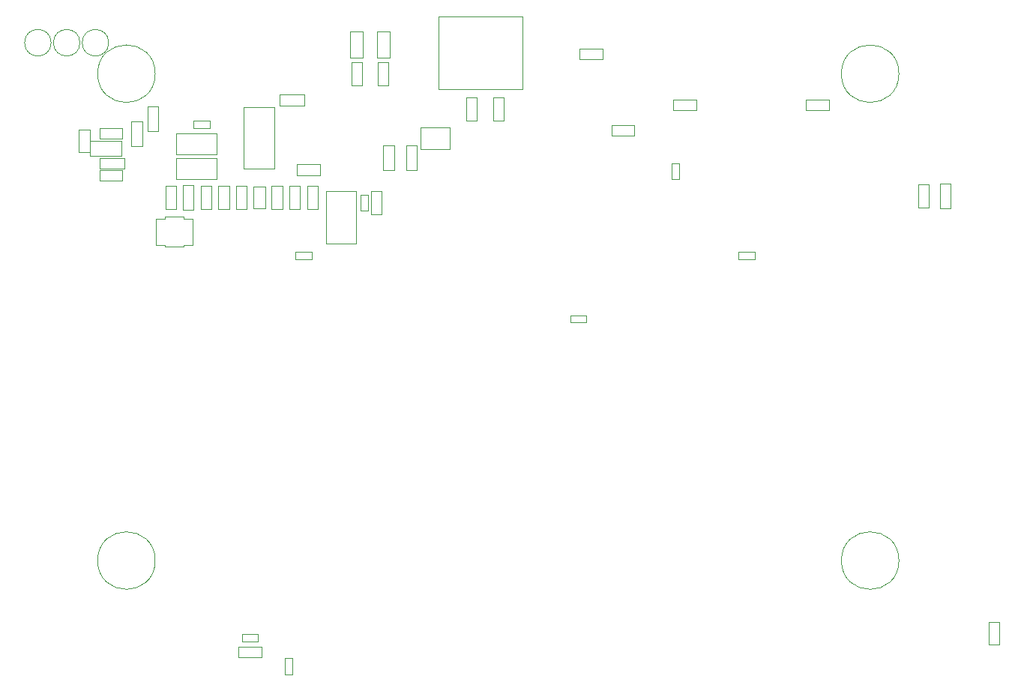
<source format=gbr>
%TF.GenerationSoftware,KiCad,Pcbnew,9.0.3*%
%TF.CreationDate,2025-08-10T03:43:02+02:00*%
%TF.ProjectId,Spikeling_v3.0,5370696b-656c-4696-9e67-5f76332e302e,rev?*%
%TF.SameCoordinates,Original*%
%TF.FileFunction,Other,User*%
%FSLAX46Y46*%
G04 Gerber Fmt 4.6, Leading zero omitted, Abs format (unit mm)*
G04 Created by KiCad (PCBNEW 9.0.3) date 2025-08-10 03:43:02*
%MOMM*%
%LPD*%
G01*
G04 APERTURE LIST*
%ADD10C,0.050000*%
G04 APERTURE END LIST*
D10*
%TO.C,TP3*%
X118000000Y-51500000D02*
G75*
G02*
X115000000Y-51500000I-1500000J0D01*
G01*
X115000000Y-51500000D02*
G75*
G02*
X118000000Y-51500000I1500000J0D01*
G01*
%TO.C,C17*%
X122375000Y-58725000D02*
X123575000Y-58725000D01*
X122375000Y-61525000D02*
X122375000Y-58725000D01*
X123575000Y-58725000D02*
X123575000Y-61525000D01*
X123575000Y-61525000D02*
X122375000Y-61525000D01*
%TO.C,Q1*%
X123350000Y-71362500D02*
X124350000Y-71362500D01*
X123350000Y-74362500D02*
X123350000Y-71362500D01*
X124350000Y-71162500D02*
X126450000Y-71162500D01*
X124350000Y-71362500D02*
X124350000Y-71162500D01*
X124350000Y-74362500D02*
X123350000Y-74362500D01*
X124350000Y-74562500D02*
X124350000Y-74362500D01*
X126450000Y-71162500D02*
X126450000Y-71362500D01*
X126450000Y-71362500D02*
X127450000Y-71362500D01*
X126450000Y-74362500D02*
X126450000Y-74562500D01*
X126450000Y-74562500D02*
X124350000Y-74562500D01*
X127450000Y-71362500D02*
X127450000Y-74362500D01*
X127450000Y-74362500D02*
X126450000Y-74362500D01*
%TO.C,R13*%
X138400000Y-67700000D02*
X139600000Y-67700000D01*
X138400000Y-70300000D02*
X138400000Y-67700000D01*
X139600000Y-67700000D02*
X139600000Y-70300000D01*
X139600000Y-70300000D02*
X138400000Y-70300000D01*
%TO.C,R18*%
X148400000Y-53700000D02*
X149600000Y-53700000D01*
X148400000Y-56300000D02*
X148400000Y-53700000D01*
X149600000Y-53700000D02*
X149600000Y-56300000D01*
X149600000Y-56300000D02*
X148400000Y-56300000D01*
%TO.C,C2*%
X137325000Y-57375000D02*
X140125000Y-57375000D01*
X137325000Y-58575000D02*
X137325000Y-57375000D01*
X140125000Y-57375000D02*
X140125000Y-58575000D01*
X140125000Y-58575000D02*
X137325000Y-58575000D01*
%TO.C,R19*%
X136400000Y-67700000D02*
X137600000Y-67700000D01*
X136400000Y-70300000D02*
X136400000Y-67700000D01*
X137600000Y-67700000D02*
X137600000Y-70300000D01*
X137600000Y-70300000D02*
X136400000Y-70300000D01*
%TO.C,R9*%
X209425000Y-67525000D02*
X210625000Y-67525000D01*
X209425000Y-70125000D02*
X209425000Y-67525000D01*
X210625000Y-67525000D02*
X210625000Y-70125000D01*
X210625000Y-70125000D02*
X209425000Y-70125000D01*
%TO.C,C15*%
X119750000Y-65700000D02*
X116950000Y-65700000D01*
X119750000Y-64500000D02*
X119750000Y-65700000D01*
X116950000Y-65700000D02*
X116950000Y-64500000D01*
X116950000Y-64500000D02*
X119750000Y-64500000D01*
%TO.C,TP2*%
X111500000Y-51500000D02*
G75*
G02*
X108500000Y-51500000I-1500000J0D01*
G01*
X108500000Y-51500000D02*
G75*
G02*
X111500000Y-51500000I1500000J0D01*
G01*
%TO.C,R7*%
X132675000Y-119725000D02*
X135275000Y-119725000D01*
X132675000Y-120925000D02*
X132675000Y-119725000D01*
X135275000Y-119725000D02*
X135275000Y-120925000D01*
X135275000Y-120925000D02*
X132675000Y-120925000D01*
%TO.C,R8*%
X217400000Y-116925000D02*
X218600000Y-116925000D01*
X217400000Y-119525000D02*
X217400000Y-116925000D01*
X218600000Y-116925000D02*
X218600000Y-119525000D01*
X218600000Y-119525000D02*
X217400000Y-119525000D01*
%TO.C,U2*%
X133225000Y-58750000D02*
X136725000Y-58750000D01*
X133225000Y-65750000D02*
X133225000Y-58750000D01*
X136725000Y-58750000D02*
X136725000Y-65750000D01*
X136725000Y-65750000D02*
X133225000Y-65750000D01*
%TO.C,C5*%
X170125000Y-82320000D02*
X170125000Y-83120000D01*
X170125000Y-82320000D02*
X171925000Y-82320000D01*
X171925000Y-82320000D02*
X171925000Y-83120000D01*
X171925000Y-83120000D02*
X170125000Y-83120000D01*
%TO.C,C14*%
X149025000Y-63100000D02*
X150225000Y-63100000D01*
X149025000Y-65900000D02*
X149025000Y-63100000D01*
X150225000Y-63100000D02*
X150225000Y-65900000D01*
X150225000Y-65900000D02*
X149025000Y-65900000D01*
%TO.C,R15*%
X116950000Y-65875000D02*
X119550000Y-65875000D01*
X116950000Y-67075000D02*
X116950000Y-65875000D01*
X119550000Y-65875000D02*
X119550000Y-67075000D01*
X119550000Y-67075000D02*
X116950000Y-67075000D01*
%TO.C,JP1*%
X153250000Y-61025000D02*
X153250000Y-63525000D01*
X153250000Y-61025000D02*
X156550000Y-61025000D01*
X156550000Y-63525000D02*
X153250000Y-63525000D01*
X156550000Y-63525000D02*
X156550000Y-61025000D01*
%TO.C,H2*%
X207250000Y-55000000D02*
G75*
G02*
X200750000Y-55000000I-3250000J0D01*
G01*
X200750000Y-55000000D02*
G75*
G02*
X207250000Y-55000000I3250000J0D01*
G01*
%TO.C,R12*%
X196775000Y-57900000D02*
X199375000Y-57900000D01*
X196775000Y-59100000D02*
X196775000Y-57900000D01*
X199375000Y-57900000D02*
X199375000Y-59100000D01*
X199375000Y-59100000D02*
X196775000Y-59100000D01*
%TO.C,R5*%
X147600000Y-68275000D02*
X148800000Y-68275000D01*
X147600000Y-70875000D02*
X147600000Y-68275000D01*
X148800000Y-68275000D02*
X148800000Y-70875000D01*
X148800000Y-70875000D02*
X147600000Y-70875000D01*
%TO.C,D9*%
X134300000Y-67750000D02*
X135700000Y-67750000D01*
X134300000Y-70250000D02*
X134300000Y-67750000D01*
X135700000Y-67750000D02*
X135700000Y-70250000D01*
X135700000Y-70250000D02*
X134300000Y-70250000D01*
%TO.C,SW1*%
X142525000Y-68225000D02*
X142525000Y-74225000D01*
X142525000Y-74225000D02*
X145925000Y-74225000D01*
X145925000Y-68225000D02*
X142525000Y-68225000D01*
X145925000Y-74225000D02*
X145925000Y-68225000D01*
%TO.C,C1*%
X125575000Y-64575000D02*
X130175000Y-64575000D01*
X125575000Y-66875000D02*
X125575000Y-64575000D01*
X130175000Y-64575000D02*
X130175000Y-66875000D01*
X130175000Y-66875000D02*
X125575000Y-66875000D01*
%TO.C,R14*%
X132400000Y-67700000D02*
X133600000Y-67700000D01*
X132400000Y-70300000D02*
X132400000Y-67700000D01*
X133600000Y-67700000D02*
X133600000Y-70300000D01*
X133600000Y-70300000D02*
X132400000Y-70300000D01*
%TO.C,R16*%
X119550000Y-62375000D02*
X116950000Y-62375000D01*
X119550000Y-61175000D02*
X119550000Y-62375000D01*
X116950000Y-62375000D02*
X116950000Y-61175000D01*
X116950000Y-61175000D02*
X119550000Y-61175000D01*
%TO.C,C7*%
X139100000Y-75150000D02*
X139100000Y-75950000D01*
X139100000Y-75150000D02*
X140900000Y-75150000D01*
X140900000Y-75150000D02*
X140900000Y-75950000D01*
X140900000Y-75950000D02*
X139100000Y-75950000D01*
%TO.C,C16*%
X120575000Y-63175000D02*
X120575000Y-60375000D01*
X121775000Y-63175000D02*
X120575000Y-63175000D01*
X120575000Y-60375000D02*
X121775000Y-60375000D01*
X121775000Y-60375000D02*
X121775000Y-63175000D01*
%TO.C,C18*%
X126400000Y-70400000D02*
X126400000Y-67600000D01*
X127600000Y-70400000D02*
X126400000Y-70400000D01*
X126400000Y-67600000D02*
X127600000Y-67600000D01*
X127600000Y-67600000D02*
X127600000Y-70400000D01*
%TO.C,C8*%
X189150000Y-75150000D02*
X190950000Y-75150000D01*
X189150000Y-75950000D02*
X189150000Y-75150000D01*
X190950000Y-75950000D02*
X189150000Y-75950000D01*
X190950000Y-75950000D02*
X190950000Y-75150000D01*
%TO.C,H1*%
X123250000Y-55000000D02*
G75*
G02*
X116750000Y-55000000I-3250000J0D01*
G01*
X116750000Y-55000000D02*
G75*
G02*
X123250000Y-55000000I3250000J0D01*
G01*
%TO.C,R3*%
X145400000Y-53700000D02*
X146600000Y-53700000D01*
X145400000Y-56300000D02*
X145400000Y-53700000D01*
X146600000Y-53700000D02*
X146600000Y-56300000D01*
X146600000Y-56300000D02*
X145400000Y-56300000D01*
%TO.C,C11*%
X211900000Y-67380000D02*
X213100000Y-67380000D01*
X211900000Y-70180000D02*
X211900000Y-67380000D01*
X213100000Y-67380000D02*
X213100000Y-70180000D01*
X213100000Y-70180000D02*
X211900000Y-70180000D01*
%TO.C,J1*%
X155250000Y-48500000D02*
X164750000Y-48500000D01*
X155250000Y-56750000D02*
X155250000Y-48500000D01*
X164750000Y-48500000D02*
X164750000Y-56750000D01*
X164750000Y-56750000D02*
X155250000Y-56750000D01*
%TO.C,TP1*%
X114750000Y-51500000D02*
G75*
G02*
X111750000Y-51500000I-1500000J0D01*
G01*
X111750000Y-51500000D02*
G75*
G02*
X114750000Y-51500000I1500000J0D01*
G01*
%TO.C,C10*%
X133075000Y-118325000D02*
X133075000Y-119125000D01*
X133075000Y-118325000D02*
X134875000Y-118325000D01*
X134875000Y-118325000D02*
X134875000Y-119125000D01*
X134875000Y-119125000D02*
X133075000Y-119125000D01*
%TO.C,C9*%
X137900000Y-122850000D02*
X137900000Y-121050000D01*
X138700000Y-121050000D02*
X137900000Y-121050000D01*
X138700000Y-121050000D02*
X138700000Y-122850000D01*
X138700000Y-122850000D02*
X137900000Y-122850000D01*
%TO.C,R21*%
X141875000Y-66450000D02*
X139275000Y-66450000D01*
X141875000Y-65250000D02*
X141875000Y-66450000D01*
X139275000Y-66450000D02*
X139275000Y-65250000D01*
X139275000Y-65250000D02*
X141875000Y-65250000D01*
%TO.C,R14*%
X140400000Y-67700000D02*
X141600000Y-67700000D01*
X140400000Y-70300000D02*
X140400000Y-67700000D01*
X141600000Y-67700000D02*
X141600000Y-70300000D01*
X141600000Y-70300000D02*
X140400000Y-70300000D01*
%TO.C,D10*%
X148270000Y-50270000D02*
X149730000Y-50270000D01*
X148270000Y-53230000D02*
X148270000Y-50270000D01*
X149730000Y-50270000D02*
X149730000Y-53230000D01*
X149730000Y-53230000D02*
X148270000Y-53230000D01*
%TO.C,R15*%
X124400000Y-70300000D02*
X124400000Y-67700000D01*
X125600000Y-70300000D02*
X124400000Y-70300000D01*
X124400000Y-67700000D02*
X125600000Y-67700000D01*
X125600000Y-67700000D02*
X125600000Y-70300000D01*
%TO.C,R11*%
X181775000Y-57900000D02*
X184375000Y-57900000D01*
X181775000Y-59100000D02*
X181775000Y-57900000D01*
X184375000Y-57900000D02*
X184375000Y-59100000D01*
X184375000Y-59100000D02*
X181775000Y-59100000D01*
%TO.C,R20*%
X130400000Y-67700000D02*
X131600000Y-67700000D01*
X130400000Y-70300000D02*
X130400000Y-67700000D01*
X131600000Y-67700000D02*
X131600000Y-70300000D01*
X131600000Y-70300000D02*
X130400000Y-70300000D01*
%TO.C,R4*%
X171200000Y-52150000D02*
X173800000Y-52150000D01*
X171200000Y-53350000D02*
X171200000Y-52150000D01*
X173800000Y-52150000D02*
X173800000Y-53350000D01*
X173800000Y-53350000D02*
X171200000Y-53350000D01*
%TO.C,C12*%
X181600000Y-65100000D02*
X182400000Y-65100000D01*
X181600000Y-66900000D02*
X181600000Y-65100000D01*
X181600000Y-66900000D02*
X182400000Y-66900000D01*
X182400000Y-65100000D02*
X182400000Y-66900000D01*
%TO.C,L2*%
X115910000Y-62600000D02*
X119410000Y-62600000D01*
X115910000Y-64300000D02*
X115910000Y-62600000D01*
X119410000Y-62600000D02*
X119410000Y-64300000D01*
X119410000Y-64300000D02*
X115910000Y-64300000D01*
%TO.C,H3*%
X207250000Y-110000000D02*
G75*
G02*
X200750000Y-110000000I-3250000J0D01*
G01*
X200750000Y-110000000D02*
G75*
G02*
X207250000Y-110000000I3250000J0D01*
G01*
%TO.C,R17*%
X115850000Y-61300000D02*
X115850000Y-63900000D01*
X114650000Y-61300000D02*
X115850000Y-61300000D01*
X115850000Y-63900000D02*
X114650000Y-63900000D01*
X114650000Y-63900000D02*
X114650000Y-61300000D01*
%TO.C,C3*%
X125575000Y-61775000D02*
X130175000Y-61775000D01*
X125575000Y-64075000D02*
X125575000Y-61775000D01*
X130175000Y-61775000D02*
X130175000Y-64075000D01*
X130175000Y-64075000D02*
X125575000Y-64075000D01*
%TO.C,R10*%
X174775000Y-60825000D02*
X177375000Y-60825000D01*
X174775000Y-62025000D02*
X174775000Y-60825000D01*
X177375000Y-60825000D02*
X177375000Y-62025000D01*
X177375000Y-62025000D02*
X174775000Y-62025000D01*
%TO.C,R6*%
X128400000Y-67700000D02*
X129600000Y-67700000D01*
X128400000Y-70300000D02*
X128400000Y-67700000D01*
X129600000Y-67700000D02*
X129600000Y-70300000D01*
X129600000Y-70300000D02*
X128400000Y-70300000D01*
%TO.C,C6*%
X146450000Y-68675000D02*
X147250000Y-68675000D01*
X146450000Y-70475000D02*
X146450000Y-68675000D01*
X146450000Y-70475000D02*
X147250000Y-70475000D01*
X147250000Y-68675000D02*
X147250000Y-70475000D01*
%TO.C,H4*%
X123250000Y-110000000D02*
G75*
G02*
X116750000Y-110000000I-3250000J0D01*
G01*
X116750000Y-110000000D02*
G75*
G02*
X123250000Y-110000000I3250000J0D01*
G01*
%TO.C,R2*%
X158400000Y-57700000D02*
X159600000Y-57700000D01*
X158400000Y-60300000D02*
X158400000Y-57700000D01*
X159600000Y-57700000D02*
X159600000Y-60300000D01*
X159600000Y-60300000D02*
X158400000Y-60300000D01*
%TO.C,C4*%
X127600000Y-60325000D02*
X129400000Y-60325000D01*
X127600000Y-61125000D02*
X127600000Y-60325000D01*
X129400000Y-61125000D02*
X127600000Y-61125000D01*
X129400000Y-61125000D02*
X129400000Y-60325000D01*
%TO.C,C13*%
X151625000Y-63100000D02*
X152825000Y-63100000D01*
X151625000Y-65900000D02*
X151625000Y-63100000D01*
X152825000Y-63100000D02*
X152825000Y-65900000D01*
X152825000Y-65900000D02*
X151625000Y-65900000D01*
%TO.C,R1*%
X161400000Y-57700000D02*
X162600000Y-57700000D01*
X161400000Y-60300000D02*
X161400000Y-57700000D01*
X162600000Y-57700000D02*
X162600000Y-60300000D01*
X162600000Y-60300000D02*
X161400000Y-60300000D01*
%TO.C,D5*%
X145270000Y-50270000D02*
X146730000Y-50270000D01*
X145270000Y-53230000D02*
X145270000Y-50270000D01*
X146730000Y-50270000D02*
X146730000Y-53230000D01*
X146730000Y-53230000D02*
X145270000Y-53230000D01*
%TD*%
M02*

</source>
